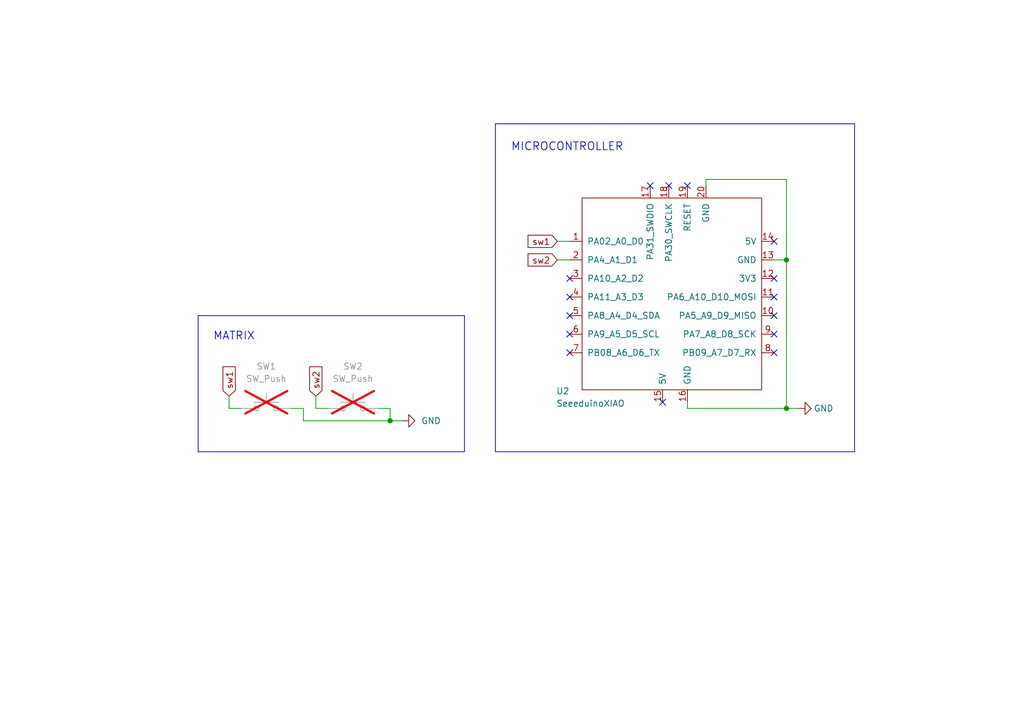
<source format=kicad_sch>
(kicad_sch (version 20231120) (generator "eeschema") (generator_version "8.0")
  (paper "A5")
  (title_block (title "Macro Keyboard 2x1") (date "2025-06-27") (rev "0.1"))
  (lib_symbols
    (symbol "Seeeduino XIAO:SeeeduinoXIAO" (pin_names (offset 1.016))
      (property "Reference" "U" (at -19.05 22.86 0))
      (property "Value" "SeeeduinoXIAO" (at -12.7 21.59 0))
      (symbol "SeeeduinoXIAO_0_1"
        (rectangle (start -19.05 20.32) (end 17.78 -19.05))
      )
      (symbol "SeeeduinoXIAO_1_1"
        (pin unspecified line (at -21.59 11.43 0) (length 2.54) (name "PA02_A0_D0") (number "1"))
        (pin unspecified line (at 20.32 -3.81 180) (length 2.54) (name "PA5_A9_D9_MISO") (number "10"))
        (pin unspecified line (at 20.32 0 180) (length 2.54) (name "PA6_A10_D10_MOSI") (number "11"))
        (pin unspecified line (at 20.32 3.81 180) (length 2.54) (name "3V3") (number "12"))
        (pin unspecified line (at 20.32 7.62 180) (length 2.54) (name "GND") (number "13"))
        (pin unspecified line (at 20.32 11.43 180) (length 2.54) (name "5V") (number "14"))
        (pin input line (at -2.54 -21.59 90) (length 2.54) (name "5V") (number "15"))
        (pin input line (at 2.54 -21.59 90) (length 2.54) (name "GND") (number "16"))
        (pin input line (at -5.08 22.86 270) (length 2.54) (name "PA31_SWDIO") (number "17"))
        (pin input line (at -1.27 22.86 270) (length 2.54) (name "PA30_SWCLK") (number "18"))
        (pin input line (at 2.54 22.86 270) (length 2.54) (name "RESET") (number "19"))
        (pin unspecified line (at -21.59 7.62 0) (length 2.54) (name "PA4_A1_D1") (number "2"))
        (pin input line (at 6.35 22.86 270) (length 2.54) (name "GND") (number "20"))
        (pin unspecified line (at -21.59 3.81 0) (length 2.54) (name "PA10_A2_D2") (number "3"))
        (pin unspecified line (at -21.59 0 0) (length 2.54) (name "PA11_A3_D3") (number "4"))
        (pin unspecified line (at -21.59 -3.81 0) (length 2.54) (name "PA8_A4_D4_SDA") (number "5"))
        (pin unspecified line (at -21.59 -7.62 0) (length 2.54) (name "PA9_A5_D5_SCL") (number "6"))
        (pin unspecified line (at -21.59 -11.43 0) (length 2.54) (name "PB08_A6_D6_TX") (number "7"))
        (pin unspecified line (at 20.32 -11.43 180) (length 2.54) (name "PB09_A7_D7_RX") (number "8"))
        (pin unspecified line (at 20.32 -7.62 180) (length 2.54) (name "PA7_A8_D8_SCK") (number "9"))
      )
    )
    (symbol "Switch:SW_Push" (pin_numbers hide) (pin_names (offset 1.016) hide)
      (property "Reference" "SW" (at 1.27 2.54 0))
      (property "Value" "SW_Push" (at 0 -1.524 0))
      (symbol "SW_Push_0_1"
        (circle (center -2.032 0) (radius 0.508))
        (polyline (pts (xy 0 1.27) (xy 0 3.048)))
        (polyline (pts (xy 2.54 1.27) (xy -2.54 1.27)))
        (circle (center 2.032 0) (radius 0.508))
        (pin passive line (at -5.08 0 0) (length 2.54) (name "1") (number "1"))
        (pin passive line (at 5.08 0 180) (length 2.54) (name "2") (number "2"))
      )
    )
    (symbol "power:GND" (power) (pin_numbers hide) (pin_names (offset 0) hide)
      (property "Value" "GND" (at 0 -3.81 0))
      (symbol "GND_0_1"
        (polyline (pts (xy 0 0) (xy 0 -1.27) (xy 1.27 -1.27) (xy 0 -2.54) (xy -1.27 -1.27) (xy 0 -1.27)))
      )
      (symbol "GND_1_1"
        (pin power_in line (at 0 0 270) (length 0) (name "~") (number "1"))
      )
    )
  )
  (junction (at 161.29 83.82))
  (junction (at 80.01 86.36))
  (junction (at 161.29 53.34))
  (no_connect (at 158.75 57.15))
  (no_connect (at 133.35 38.1))
  (no_connect (at 116.84 72.39))
  (no_connect (at 137.16 38.1))
  (no_connect (at 140.97 38.1))
  (no_connect (at 116.84 68.58))
  (no_connect (at 158.75 72.39))
  (no_connect (at 158.75 64.77))
  (no_connect (at 158.75 60.96))
  (no_connect (at 135.89 82.55))
  (no_connect (at 158.75 49.53))
  (no_connect (at 116.84 64.77))
  (no_connect (at 116.84 60.96))
  (no_connect (at 158.75 68.58))
  (no_connect (at 116.84 57.15))
  (wire (pts (xy 62.23 86.36) (xy 80.01 86.36)))
  (wire (pts (xy 114.3 49.53) (xy 116.84 49.53)))
  (wire (pts (xy 163.83 83.82) (xy 161.29 83.82)))
  (wire (pts (xy 140.97 82.55) (xy 140.97 83.82)))
  (wire (pts (xy 114.3 53.34) (xy 116.84 53.34)))
  (wire (pts (xy 59.69 83.82) (xy 62.23 83.82)))
  (wire (pts (xy 144.78 38.1) (xy 144.78 36.83)))
  (wire (pts (xy 144.78 36.83) (xy 161.29 36.83)))
  (wire (pts (xy 80.01 86.36) (xy 82.55 86.36)))
  (wire (pts (xy 161.29 36.83) (xy 161.29 53.34)))
  (wire (pts (xy 77.47 83.82) (xy 80.01 83.82)))
  (wire (pts (xy 161.29 83.82) (xy 161.29 53.34)))
  (wire (pts (xy 62.23 83.82) (xy 62.23 86.36)))
  (wire (pts (xy 158.75 53.34) (xy 161.29 53.34)))
  (wire (pts (xy 46.99 81.28) (xy 46.99 83.82)))
  (wire (pts (xy 49.53 83.82) (xy 46.99 83.82)))
  (wire (pts (xy 80.01 83.82) (xy 80.01 86.36)))
  (wire (pts (xy 67.31 83.82) (xy 64.77 83.82)))
  (wire (pts (xy 64.77 81.28) (xy 64.77 83.82)))
  (wire (pts (xy 140.97 83.82) (xy 161.29 83.82)))
  (rectangle (start 40.64 64.77) (end 95.25 92.71))
  (rectangle (start 101.6 25.4) (end 175.26 92.71))
  (text "MICROCONTROLLER" (at 116.332 30.226 0) (effects (font (size 1.6256 1.6256))))
  (text "MATRIX" (at 48.006 69.088 0) (effects (font (size 1.6256 1.6256))))
  (global_label "sw1" (shape input) (at 46.99 81.28 90) (property "Intersheetrefs" "${INTERSHEET_REFS}" (effects (hide yes))))
  (global_label "sw1" (shape input) (at 114.3 49.53 180) (property "Intersheetrefs" "${INTERSHEET_REFS}" (effects (hide yes))))
  (global_label "sw2" (shape input) (at 64.77 81.28 90) (property "Intersheetrefs" "${INTERSHEET_REFS}" (effects (hide yes))))
  (global_label "sw2" (shape input) (at 114.3 53.34 180) (property "Intersheetrefs" "${INTERSHEET_REFS}" (effects (hide yes))))
  (symbol (lib_id "power:GND") (at 163.83 83.82 90) (unit 1)
    (property "Reference" "#PWR01" (effects (hide yes)))
    (property "Value" "GND" (at 168.91 83.82 90))
    (property "Description" "Power symbol creates a global label with name \"GND\" , ground" (effects (hide yes)))
  )
  (symbol (lib_id "Switch:SW_Push") (at 72.39 83.82 0) (unit 1) (dnp yes)
    (property "Reference" "SW2" (at 72.39 75.184 0))
    (property "Value" "SW_Push" (at 72.39 77.724 0))
    (property "Footprint" "MX_Only:MXOnly-1U-Hotswap" (effects (hide yes)))
    (property "Description" "Push button switch, generic, two pins" (effects (hide yes)))
  )
  (symbol (lib_id "Switch:SW_Push") (at 54.61 83.82 0) (unit 1) (dnp yes)
    (property "Reference" "SW1" (at 54.61 75.184 0))
    (property "Value" "SW_Push" (at 54.61 77.724 0))
    (property "Footprint" "MX_Only:MXOnly-1U-Hotswap" (effects (hide yes)))
    (property "Description" "Push button switch, generic, two pins" (effects (hide yes)))
  )
  (symbol (lib_id "power:GND") (at 82.55 86.36 90) (unit 1)
    (property "Reference" "#PWR06" (effects (hide yes)))
    (property "Value" "GND" (at 86.36 86.3599 90) (effects (justify right)))
    (property "Description" "Power symbol creates a global label with name \"GND\" , ground" (effects (hide yes)))
  )
  (symbol (lib_id "Seeeduino XIAO:SeeeduinoXIAO") (at 138.43 60.96 0) (unit 1)
    (property "Reference" "U2" (at 114.046 80.264 0) (effects (justify left)))
    (property "Value" "SeeeduinoXIAO" (at 114.046 82.804 0) (effects (justify left)))
    (property "Footprint" "Seeeduino XIAO KICAD:Seeeduino XIAO-MOUDLE14P-2.54-21X17.8MM" (effects (hide yes)))
  )
)
</source>
